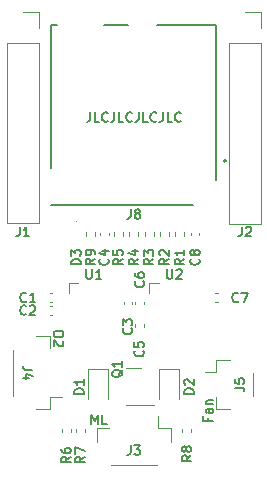
<source format=gbr>
%TF.GenerationSoftware,KiCad,Pcbnew,(6.0.7)*%
%TF.CreationDate,2022-10-22T00:01:00+08:00*%
%TF.ProjectId,pcb_rear,7063625f-7265-4617-922e-6b696361645f,rev?*%
%TF.SameCoordinates,Original*%
%TF.FileFunction,Legend,Top*%
%TF.FilePolarity,Positive*%
%FSLAX46Y46*%
G04 Gerber Fmt 4.6, Leading zero omitted, Abs format (unit mm)*
G04 Created by KiCad (PCBNEW (6.0.7)) date 2022-10-22 00:01:00*
%MOMM*%
%LPD*%
G01*
G04 APERTURE LIST*
%ADD10C,0.150000*%
%ADD11C,0.120000*%
%ADD12C,0.100000*%
%ADD13C,0.200000*%
G04 APERTURE END LIST*
D10*
X6242857Y-25409523D02*
X6242857Y-25676190D01*
X6661904Y-25676190D02*
X5861904Y-25676190D01*
X5861904Y-25295238D01*
X6661904Y-24647619D02*
X6242857Y-24647619D01*
X6166666Y-24685714D01*
X6128571Y-24761904D01*
X6128571Y-24914285D01*
X6166666Y-24990476D01*
X6623809Y-24647619D02*
X6661904Y-24723809D01*
X6661904Y-24914285D01*
X6623809Y-24990476D01*
X6547619Y-25028571D01*
X6471428Y-25028571D01*
X6395238Y-24990476D01*
X6357142Y-24914285D01*
X6357142Y-24723809D01*
X6319047Y-24647619D01*
X6128571Y-24266666D02*
X6661904Y-24266666D01*
X6204761Y-24266666D02*
X6166666Y-24228571D01*
X6128571Y-24152380D01*
X6128571Y-24038095D01*
X6166666Y-23961904D01*
X6242857Y-23923809D01*
X6661904Y-23923809D01*
X-5961904Y-18242857D02*
X-5961904Y-18395238D01*
X-6000000Y-18471428D01*
X-6076190Y-18547619D01*
X-6228571Y-18585714D01*
X-6495238Y-18585714D01*
X-6647619Y-18547619D01*
X-6723809Y-18471428D01*
X-6761904Y-18395238D01*
X-6761904Y-18242857D01*
X-6723809Y-18166666D01*
X-6647619Y-18090476D01*
X-6495238Y-18052380D01*
X-6228571Y-18052380D01*
X-6076190Y-18090476D01*
X-6000000Y-18166666D01*
X-5961904Y-18242857D01*
X-6038095Y-18890476D02*
X-6000000Y-18928571D01*
X-5961904Y-19004761D01*
X-5961904Y-19195238D01*
X-6000000Y-19271428D01*
X-6038095Y-19309523D01*
X-6114285Y-19347619D01*
X-6190476Y-19347619D01*
X-6304761Y-19309523D01*
X-6761904Y-18852380D01*
X-6761904Y-19347619D01*
X-3590476Y-25961904D02*
X-3590476Y-25161904D01*
X-3323809Y-25733333D01*
X-3057142Y-25161904D01*
X-3057142Y-25961904D01*
X-2295238Y-25961904D02*
X-2676190Y-25961904D01*
X-2676190Y-25161904D01*
X-3695238Y438095D02*
X-3695238Y-133333D01*
X-3733333Y-247619D01*
X-3809523Y-323809D01*
X-3923809Y-361904D01*
X-4000000Y-361904D01*
X-2933333Y-361904D02*
X-3314285Y-361904D01*
X-3314285Y438095D01*
X-2209523Y-285714D02*
X-2247619Y-323809D01*
X-2361904Y-361904D01*
X-2438095Y-361904D01*
X-2552380Y-323809D01*
X-2628571Y-247619D01*
X-2666666Y-171428D01*
X-2704761Y-19047D01*
X-2704761Y95238D01*
X-2666666Y247619D01*
X-2628571Y323809D01*
X-2552380Y400000D01*
X-2438095Y438095D01*
X-2361904Y438095D01*
X-2247619Y400000D01*
X-2209523Y361904D01*
X-1638095Y438095D02*
X-1638095Y-133333D01*
X-1676190Y-247619D01*
X-1752380Y-323809D01*
X-1866666Y-361904D01*
X-1942857Y-361904D01*
X-876190Y-361904D02*
X-1257142Y-361904D01*
X-1257142Y438095D01*
X-152380Y-285714D02*
X-190476Y-323809D01*
X-304761Y-361904D01*
X-380952Y-361904D01*
X-495238Y-323809D01*
X-571428Y-247619D01*
X-609523Y-171428D01*
X-647619Y-19047D01*
X-647619Y95238D01*
X-609523Y247619D01*
X-571428Y323809D01*
X-495238Y400000D01*
X-380952Y438095D01*
X-304761Y438095D01*
X-190476Y400000D01*
X-152380Y361904D01*
X419047Y438095D02*
X419047Y-133333D01*
X380952Y-247619D01*
X304761Y-323809D01*
X190476Y-361904D01*
X114285Y-361904D01*
X1180952Y-361904D02*
X799999Y-361904D01*
X799999Y438095D01*
X1904761Y-285714D02*
X1866666Y-323809D01*
X1752380Y-361904D01*
X1676190Y-361904D01*
X1561904Y-323809D01*
X1485714Y-247619D01*
X1447619Y-171428D01*
X1409523Y-19047D01*
X1409523Y95238D01*
X1447619Y247619D01*
X1485714Y323809D01*
X1561904Y400000D01*
X1676190Y438095D01*
X1752380Y438095D01*
X1866666Y400000D01*
X1904761Y361904D01*
X2476190Y438095D02*
X2476190Y-133333D01*
X2438095Y-247619D01*
X2361904Y-323809D01*
X2247619Y-361904D01*
X2171428Y-361904D01*
X3238095Y-361904D02*
X2857142Y-361904D01*
X2857142Y438095D01*
X3961904Y-285714D02*
X3923809Y-323809D01*
X3809523Y-361904D01*
X3733333Y-361904D01*
X3619047Y-323809D01*
X3542857Y-247619D01*
X3504761Y-171428D01*
X3466666Y-19047D01*
X3466666Y95238D01*
X3504761Y247619D01*
X3542857Y323809D01*
X3619047Y400000D01*
X3733333Y438095D01*
X3809523Y438095D01*
X3923809Y400000D01*
X3961904Y361904D01*
%TO.C,J1*%
X-9666666Y-9261904D02*
X-9666666Y-9833333D01*
X-9704761Y-9947619D01*
X-9780952Y-10023809D01*
X-9895238Y-10061904D01*
X-9971428Y-10061904D01*
X-8866666Y-10061904D02*
X-9323809Y-10061904D01*
X-9095238Y-10061904D02*
X-9095238Y-9261904D01*
X-9171428Y-9376190D01*
X-9247619Y-9452380D01*
X-9323809Y-9490476D01*
%TO.C,J2*%
X9133333Y-9261904D02*
X9133333Y-9833333D01*
X9095238Y-9947619D01*
X9019047Y-10023809D01*
X8904761Y-10061904D01*
X8828571Y-10061904D01*
X9476190Y-9338095D02*
X9514285Y-9300000D01*
X9590476Y-9261904D01*
X9780952Y-9261904D01*
X9857142Y-9300000D01*
X9895238Y-9338095D01*
X9933333Y-9414285D01*
X9933333Y-9490476D01*
X9895238Y-9604761D01*
X9438095Y-10061904D01*
X9933333Y-10061904D01*
%TO.C,U1*%
X-4009523Y-12861904D02*
X-4009523Y-13509523D01*
X-3971428Y-13585714D01*
X-3933333Y-13623809D01*
X-3857142Y-13661904D01*
X-3704761Y-13661904D01*
X-3628571Y-13623809D01*
X-3590476Y-13585714D01*
X-3552380Y-13509523D01*
X-3552380Y-12861904D01*
X-2752380Y-13661904D02*
X-3209523Y-13661904D01*
X-2980952Y-13661904D02*
X-2980952Y-12861904D01*
X-3057142Y-12976190D01*
X-3133333Y-13052380D01*
X-3209523Y-13090476D01*
%TO.C,D2*%
X5061904Y-23390476D02*
X4261904Y-23390476D01*
X4261904Y-23200000D01*
X4300000Y-23085714D01*
X4376190Y-23009523D01*
X4452380Y-22971428D01*
X4604761Y-22933333D01*
X4719047Y-22933333D01*
X4871428Y-22971428D01*
X4947619Y-23009523D01*
X5023809Y-23085714D01*
X5061904Y-23200000D01*
X5061904Y-23390476D01*
X4338095Y-22628571D02*
X4300000Y-22590476D01*
X4261904Y-22514285D01*
X4261904Y-22323809D01*
X4300000Y-22247619D01*
X4338095Y-22209523D01*
X4414285Y-22171428D01*
X4490476Y-22171428D01*
X4604761Y-22209523D01*
X5061904Y-22666666D01*
X5061904Y-22171428D01*
%TO.C,R2*%
X2961904Y-11961785D02*
X2580952Y-12228452D01*
X2961904Y-12418928D02*
X2161904Y-12418928D01*
X2161904Y-12114166D01*
X2200000Y-12037976D01*
X2238095Y-11999880D01*
X2314285Y-11961785D01*
X2428571Y-11961785D01*
X2504761Y-11999880D01*
X2542857Y-12037976D01*
X2580952Y-12114166D01*
X2580952Y-12418928D01*
X2238095Y-11657023D02*
X2200000Y-11618928D01*
X2161904Y-11542738D01*
X2161904Y-11352261D01*
X2200000Y-11276071D01*
X2238095Y-11237976D01*
X2314285Y-11199880D01*
X2390476Y-11199880D01*
X2504761Y-11237976D01*
X2961904Y-11695119D01*
X2961904Y-11199880D01*
%TO.C,R8*%
X4861904Y-28611785D02*
X4480952Y-28878452D01*
X4861904Y-29068928D02*
X4061904Y-29068928D01*
X4061904Y-28764166D01*
X4100000Y-28687976D01*
X4138095Y-28649880D01*
X4214285Y-28611785D01*
X4328571Y-28611785D01*
X4404761Y-28649880D01*
X4442857Y-28687976D01*
X4480952Y-28764166D01*
X4480952Y-29068928D01*
X4404761Y-28154642D02*
X4366666Y-28230833D01*
X4328571Y-28268928D01*
X4252380Y-28307023D01*
X4214285Y-28307023D01*
X4138095Y-28268928D01*
X4100000Y-28230833D01*
X4061904Y-28154642D01*
X4061904Y-28002261D01*
X4100000Y-27926071D01*
X4138095Y-27887976D01*
X4214285Y-27849880D01*
X4252380Y-27849880D01*
X4328571Y-27887976D01*
X4366666Y-27926071D01*
X4404761Y-28002261D01*
X4404761Y-28154642D01*
X4442857Y-28230833D01*
X4480952Y-28268928D01*
X4557142Y-28307023D01*
X4709523Y-28307023D01*
X4785714Y-28268928D01*
X4823809Y-28230833D01*
X4861904Y-28154642D01*
X4861904Y-28002261D01*
X4823809Y-27926071D01*
X4785714Y-27887976D01*
X4709523Y-27849880D01*
X4557142Y-27849880D01*
X4480952Y-27887976D01*
X4442857Y-27926071D01*
X4404761Y-28002261D01*
%TO.C,D3*%
X-4488095Y-12418928D02*
X-5288095Y-12418928D01*
X-5288095Y-12228452D01*
X-5250000Y-12114166D01*
X-5173809Y-12037976D01*
X-5097619Y-11999880D01*
X-4945238Y-11961785D01*
X-4830952Y-11961785D01*
X-4678571Y-11999880D01*
X-4602380Y-12037976D01*
X-4526190Y-12114166D01*
X-4488095Y-12228452D01*
X-4488095Y-12418928D01*
X-5288095Y-11695119D02*
X-5288095Y-11199880D01*
X-4983333Y-11466547D01*
X-4983333Y-11352261D01*
X-4945238Y-11276071D01*
X-4907142Y-11237976D01*
X-4830952Y-11199880D01*
X-4640476Y-11199880D01*
X-4564285Y-11237976D01*
X-4526190Y-11276071D01*
X-4488095Y-11352261D01*
X-4488095Y-11580833D01*
X-4526190Y-11657023D01*
X-4564285Y-11695119D01*
%TO.C,J3*%
X-266666Y-27761904D02*
X-266666Y-28333333D01*
X-304761Y-28447619D01*
X-380952Y-28523809D01*
X-495238Y-28561904D01*
X-571428Y-28561904D01*
X38095Y-27761904D02*
X533333Y-27761904D01*
X266666Y-28066666D01*
X380952Y-28066666D01*
X457142Y-28104761D01*
X495238Y-28142857D01*
X533333Y-28219047D01*
X533333Y-28409523D01*
X495238Y-28485714D01*
X457142Y-28523809D01*
X380952Y-28561904D01*
X152380Y-28561904D01*
X76190Y-28523809D01*
X38095Y-28485714D01*
%TO.C,C8*%
X5485714Y-11961785D02*
X5523809Y-11999880D01*
X5561904Y-12114166D01*
X5561904Y-12190357D01*
X5523809Y-12304642D01*
X5447619Y-12380833D01*
X5371428Y-12418928D01*
X5219047Y-12457023D01*
X5104761Y-12457023D01*
X4952380Y-12418928D01*
X4876190Y-12380833D01*
X4800000Y-12304642D01*
X4761904Y-12190357D01*
X4761904Y-12114166D01*
X4800000Y-11999880D01*
X4838095Y-11961785D01*
X5104761Y-11504642D02*
X5066666Y-11580833D01*
X5028571Y-11618928D01*
X4952380Y-11657023D01*
X4914285Y-11657023D01*
X4838095Y-11618928D01*
X4800000Y-11580833D01*
X4761904Y-11504642D01*
X4761904Y-11352261D01*
X4800000Y-11276071D01*
X4838095Y-11237976D01*
X4914285Y-11199880D01*
X4952380Y-11199880D01*
X5028571Y-11237976D01*
X5066666Y-11276071D01*
X5104761Y-11352261D01*
X5104761Y-11504642D01*
X5142857Y-11580833D01*
X5180952Y-11618928D01*
X5257142Y-11657023D01*
X5409523Y-11657023D01*
X5485714Y-11618928D01*
X5523809Y-11580833D01*
X5561904Y-11504642D01*
X5561904Y-11352261D01*
X5523809Y-11276071D01*
X5485714Y-11237976D01*
X5409523Y-11199880D01*
X5257142Y-11199880D01*
X5180952Y-11237976D01*
X5142857Y-11276071D01*
X5104761Y-11352261D01*
%TO.C,C7*%
X8845119Y-15535714D02*
X8807023Y-15573809D01*
X8692738Y-15611904D01*
X8616547Y-15611904D01*
X8502261Y-15573809D01*
X8426071Y-15497619D01*
X8387976Y-15421428D01*
X8349880Y-15269047D01*
X8349880Y-15154761D01*
X8387976Y-15002380D01*
X8426071Y-14926190D01*
X8502261Y-14850000D01*
X8616547Y-14811904D01*
X8692738Y-14811904D01*
X8807023Y-14850000D01*
X8845119Y-14888095D01*
X9111785Y-14811904D02*
X9645119Y-14811904D01*
X9302261Y-15611904D01*
%TO.C,J8*%
X-266666Y-7761904D02*
X-266666Y-8333333D01*
X-304761Y-8447619D01*
X-380952Y-8523809D01*
X-495238Y-8561904D01*
X-571428Y-8561904D01*
X228571Y-8104761D02*
X152380Y-8066666D01*
X114285Y-8028571D01*
X76190Y-7952380D01*
X76190Y-7914285D01*
X114285Y-7838095D01*
X152380Y-7800000D01*
X228571Y-7761904D01*
X380952Y-7761904D01*
X457142Y-7800000D01*
X495238Y-7838095D01*
X533333Y-7914285D01*
X533333Y-7952380D01*
X495238Y-8028571D01*
X457142Y-8066666D01*
X380952Y-8104761D01*
X228571Y-8104761D01*
X152380Y-8142857D01*
X114285Y-8180952D01*
X76190Y-8257142D01*
X76190Y-8409523D01*
X114285Y-8485714D01*
X152380Y-8523809D01*
X228571Y-8561904D01*
X380952Y-8561904D01*
X457142Y-8523809D01*
X495238Y-8485714D01*
X533333Y-8409523D01*
X533333Y-8257142D01*
X495238Y-8180952D01*
X457142Y-8142857D01*
X380952Y-8104761D01*
%TO.C,J5*%
X8561904Y-22866666D02*
X9133333Y-22866666D01*
X9247619Y-22904761D01*
X9323809Y-22980952D01*
X9361904Y-23095238D01*
X9361904Y-23171428D01*
X8561904Y-22104761D02*
X8561904Y-22485714D01*
X8942857Y-22523809D01*
X8904761Y-22485714D01*
X8866666Y-22409523D01*
X8866666Y-22219047D01*
X8904761Y-22142857D01*
X8942857Y-22104761D01*
X9019047Y-22066666D01*
X9209523Y-22066666D01*
X9285714Y-22104761D01*
X9323809Y-22142857D01*
X9361904Y-22219047D01*
X9361904Y-22409523D01*
X9323809Y-22485714D01*
X9285714Y-22523809D01*
%TO.C,C5*%
X775714Y-19731785D02*
X813809Y-19769880D01*
X851904Y-19884166D01*
X851904Y-19960357D01*
X813809Y-20074642D01*
X737619Y-20150833D01*
X661428Y-20188928D01*
X509047Y-20227023D01*
X394761Y-20227023D01*
X242380Y-20188928D01*
X166190Y-20150833D01*
X89999Y-20074642D01*
X51904Y-19960357D01*
X51904Y-19884166D01*
X89999Y-19769880D01*
X128095Y-19731785D01*
X51904Y-19007976D02*
X51904Y-19388928D01*
X432857Y-19427023D01*
X394761Y-19388928D01*
X356666Y-19312738D01*
X356666Y-19122261D01*
X394761Y-19046071D01*
X432857Y-19007976D01*
X509047Y-18969880D01*
X699523Y-18969880D01*
X775714Y-19007976D01*
X813809Y-19046071D01*
X851904Y-19122261D01*
X851904Y-19312738D01*
X813809Y-19388928D01*
X775714Y-19427023D01*
%TO.C,Q1*%
X-961904Y-21376190D02*
X-1000000Y-21452380D01*
X-1076190Y-21528571D01*
X-1190476Y-21642857D01*
X-1228571Y-21719047D01*
X-1228571Y-21795238D01*
X-1038095Y-21757142D02*
X-1076190Y-21833333D01*
X-1152380Y-21909523D01*
X-1304761Y-21947619D01*
X-1571428Y-21947619D01*
X-1723809Y-21909523D01*
X-1800000Y-21833333D01*
X-1838095Y-21757142D01*
X-1838095Y-21604761D01*
X-1800000Y-21528571D01*
X-1723809Y-21452380D01*
X-1571428Y-21414285D01*
X-1304761Y-21414285D01*
X-1152380Y-21452380D01*
X-1076190Y-21528571D01*
X-1038095Y-21604761D01*
X-1038095Y-21757142D01*
X-1038095Y-20652380D02*
X-1038095Y-21109523D01*
X-1038095Y-20880952D02*
X-1838095Y-20880952D01*
X-1723809Y-20957142D01*
X-1647619Y-21033333D01*
X-1609523Y-21109523D01*
%TO.C,R5*%
X-938095Y-11961785D02*
X-1319047Y-12228452D01*
X-938095Y-12418928D02*
X-1738095Y-12418928D01*
X-1738095Y-12114166D01*
X-1700000Y-12037976D01*
X-1661904Y-11999880D01*
X-1585714Y-11961785D01*
X-1471428Y-11961785D01*
X-1395238Y-11999880D01*
X-1357142Y-12037976D01*
X-1319047Y-12114166D01*
X-1319047Y-12418928D01*
X-1738095Y-11237976D02*
X-1738095Y-11618928D01*
X-1357142Y-11657023D01*
X-1395238Y-11618928D01*
X-1433333Y-11542738D01*
X-1433333Y-11352261D01*
X-1395238Y-11276071D01*
X-1357142Y-11237976D01*
X-1280952Y-11199880D01*
X-1090476Y-11199880D01*
X-1014285Y-11237976D01*
X-976190Y-11276071D01*
X-938095Y-11352261D01*
X-938095Y-11542738D01*
X-976190Y-11618928D01*
X-1014285Y-11657023D01*
%TO.C,C3*%
X-214285Y-17831785D02*
X-176190Y-17869880D01*
X-138095Y-17984166D01*
X-138095Y-18060357D01*
X-176190Y-18174642D01*
X-252380Y-18250833D01*
X-328571Y-18288928D01*
X-480952Y-18327023D01*
X-595238Y-18327023D01*
X-747619Y-18288928D01*
X-823809Y-18250833D01*
X-900000Y-18174642D01*
X-938095Y-18060357D01*
X-938095Y-17984166D01*
X-900000Y-17869880D01*
X-861904Y-17831785D01*
X-938095Y-17565119D02*
X-938095Y-17069880D01*
X-633333Y-17336547D01*
X-633333Y-17222261D01*
X-595238Y-17146071D01*
X-557142Y-17107976D01*
X-480952Y-17069880D01*
X-290476Y-17069880D01*
X-214285Y-17107976D01*
X-176190Y-17146071D01*
X-138095Y-17222261D01*
X-138095Y-17450833D01*
X-176190Y-17527023D01*
X-214285Y-17565119D01*
%TO.C,D1*%
X-4238095Y-23390476D02*
X-5038095Y-23390476D01*
X-5038095Y-23200000D01*
X-5000000Y-23085714D01*
X-4923809Y-23009523D01*
X-4847619Y-22971428D01*
X-4695238Y-22933333D01*
X-4580952Y-22933333D01*
X-4428571Y-22971428D01*
X-4352380Y-23009523D01*
X-4276190Y-23085714D01*
X-4238095Y-23200000D01*
X-4238095Y-23390476D01*
X-4238095Y-22171428D02*
X-4238095Y-22628571D01*
X-4238095Y-22400000D02*
X-5038095Y-22400000D01*
X-4923809Y-22476190D01*
X-4847619Y-22552380D01*
X-4809523Y-22628571D01*
%TO.C,R7*%
X-4138095Y-28711785D02*
X-4519047Y-28978452D01*
X-4138095Y-29168928D02*
X-4938095Y-29168928D01*
X-4938095Y-28864166D01*
X-4900000Y-28787976D01*
X-4861904Y-28749880D01*
X-4785714Y-28711785D01*
X-4671428Y-28711785D01*
X-4595238Y-28749880D01*
X-4557142Y-28787976D01*
X-4519047Y-28864166D01*
X-4519047Y-29168928D01*
X-4938095Y-28445119D02*
X-4938095Y-27911785D01*
X-4138095Y-28254642D01*
%TO.C,R6*%
X-5338095Y-28711785D02*
X-5719047Y-28978452D01*
X-5338095Y-29168928D02*
X-6138095Y-29168928D01*
X-6138095Y-28864166D01*
X-6100000Y-28787976D01*
X-6061904Y-28749880D01*
X-5985714Y-28711785D01*
X-5871428Y-28711785D01*
X-5795238Y-28749880D01*
X-5757142Y-28787976D01*
X-5719047Y-28864166D01*
X-5719047Y-29168928D01*
X-6138095Y-28026071D02*
X-6138095Y-28178452D01*
X-6100000Y-28254642D01*
X-6061904Y-28292738D01*
X-5947619Y-28368928D01*
X-5795238Y-28407023D01*
X-5490476Y-28407023D01*
X-5414285Y-28368928D01*
X-5376190Y-28330833D01*
X-5338095Y-28254642D01*
X-5338095Y-28102261D01*
X-5376190Y-28026071D01*
X-5414285Y-27987976D01*
X-5490476Y-27949880D01*
X-5680952Y-27949880D01*
X-5757142Y-27987976D01*
X-5795238Y-28026071D01*
X-5833333Y-28102261D01*
X-5833333Y-28254642D01*
X-5795238Y-28330833D01*
X-5757142Y-28368928D01*
X-5680952Y-28407023D01*
%TO.C,J4*%
X-8611904Y-21333333D02*
X-9183333Y-21333333D01*
X-9297619Y-21295238D01*
X-9373809Y-21219047D01*
X-9411904Y-21104761D01*
X-9411904Y-21028571D01*
X-8878571Y-22057142D02*
X-9411904Y-22057142D01*
X-8573809Y-21866666D02*
X-9145238Y-21676190D01*
X-9145238Y-22171428D01*
%TO.C,R9*%
X-3288095Y-11961785D02*
X-3669047Y-12228452D01*
X-3288095Y-12418928D02*
X-4088095Y-12418928D01*
X-4088095Y-12114166D01*
X-4050000Y-12037976D01*
X-4011904Y-11999880D01*
X-3935714Y-11961785D01*
X-3821428Y-11961785D01*
X-3745238Y-11999880D01*
X-3707142Y-12037976D01*
X-3669047Y-12114166D01*
X-3669047Y-12418928D01*
X-3288095Y-11580833D02*
X-3288095Y-11428452D01*
X-3326190Y-11352261D01*
X-3364285Y-11314166D01*
X-3478571Y-11237976D01*
X-3630952Y-11199880D01*
X-3935714Y-11199880D01*
X-4011904Y-11237976D01*
X-4050000Y-11276071D01*
X-4088095Y-11352261D01*
X-4088095Y-11504642D01*
X-4050000Y-11580833D01*
X-4011904Y-11618928D01*
X-3935714Y-11657023D01*
X-3745238Y-11657023D01*
X-3669047Y-11618928D01*
X-3630952Y-11580833D01*
X-3592857Y-11504642D01*
X-3592857Y-11352261D01*
X-3630952Y-11276071D01*
X-3669047Y-11237976D01*
X-3745238Y-11199880D01*
%TO.C,C1*%
X-9111785Y-15535714D02*
X-9149880Y-15573809D01*
X-9264166Y-15611904D01*
X-9340357Y-15611904D01*
X-9454642Y-15573809D01*
X-9530833Y-15497619D01*
X-9568928Y-15421428D01*
X-9607023Y-15269047D01*
X-9607023Y-15154761D01*
X-9568928Y-15002380D01*
X-9530833Y-14926190D01*
X-9454642Y-14850000D01*
X-9340357Y-14811904D01*
X-9264166Y-14811904D01*
X-9149880Y-14850000D01*
X-9111785Y-14888095D01*
X-8349880Y-15611904D02*
X-8807023Y-15611904D01*
X-8578452Y-15611904D02*
X-8578452Y-14811904D01*
X-8654642Y-14926190D01*
X-8730833Y-15002380D01*
X-8807023Y-15040476D01*
%TO.C,R1*%
X4261904Y-11961785D02*
X3880952Y-12228452D01*
X4261904Y-12418928D02*
X3461904Y-12418928D01*
X3461904Y-12114166D01*
X3500000Y-12037976D01*
X3538095Y-11999880D01*
X3614285Y-11961785D01*
X3728571Y-11961785D01*
X3804761Y-11999880D01*
X3842857Y-12037976D01*
X3880952Y-12114166D01*
X3880952Y-12418928D01*
X4261904Y-11199880D02*
X4261904Y-11657023D01*
X4261904Y-11428452D02*
X3461904Y-11428452D01*
X3576190Y-11504642D01*
X3652380Y-11580833D01*
X3690476Y-11657023D01*
%TO.C,R3*%
X1661904Y-11961785D02*
X1280952Y-12228452D01*
X1661904Y-12418928D02*
X861904Y-12418928D01*
X861904Y-12114166D01*
X900000Y-12037976D01*
X938095Y-11999880D01*
X1014285Y-11961785D01*
X1128571Y-11961785D01*
X1204761Y-11999880D01*
X1242857Y-12037976D01*
X1280952Y-12114166D01*
X1280952Y-12418928D01*
X861904Y-11695119D02*
X861904Y-11199880D01*
X1166666Y-11466547D01*
X1166666Y-11352261D01*
X1204761Y-11276071D01*
X1242857Y-11237976D01*
X1319047Y-11199880D01*
X1509523Y-11199880D01*
X1585714Y-11237976D01*
X1623809Y-11276071D01*
X1661904Y-11352261D01*
X1661904Y-11580833D01*
X1623809Y-11657023D01*
X1585714Y-11695119D01*
%TO.C,C6*%
X785714Y-13854880D02*
X823809Y-13892976D01*
X861904Y-14007261D01*
X861904Y-14083452D01*
X823809Y-14197738D01*
X747619Y-14273928D01*
X671428Y-14312023D01*
X519047Y-14350119D01*
X404761Y-14350119D01*
X252380Y-14312023D01*
X176190Y-14273928D01*
X100000Y-14197738D01*
X61904Y-14083452D01*
X61904Y-14007261D01*
X100000Y-13892976D01*
X138095Y-13854880D01*
X61904Y-13169166D02*
X61904Y-13321547D01*
X100000Y-13397738D01*
X138095Y-13435833D01*
X252380Y-13512023D01*
X404761Y-13550119D01*
X709523Y-13550119D01*
X785714Y-13512023D01*
X823809Y-13473928D01*
X861904Y-13397738D01*
X861904Y-13245357D01*
X823809Y-13169166D01*
X785714Y-13131071D01*
X709523Y-13092976D01*
X519047Y-13092976D01*
X442857Y-13131071D01*
X404761Y-13169166D01*
X366666Y-13245357D01*
X366666Y-13397738D01*
X404761Y-13473928D01*
X442857Y-13512023D01*
X519047Y-13550119D01*
%TO.C,U2*%
X2790476Y-12861904D02*
X2790476Y-13509523D01*
X2828571Y-13585714D01*
X2866666Y-13623809D01*
X2942857Y-13661904D01*
X3095238Y-13661904D01*
X3171428Y-13623809D01*
X3209523Y-13585714D01*
X3247619Y-13509523D01*
X3247619Y-12861904D01*
X3590476Y-12938095D02*
X3628571Y-12900000D01*
X3704761Y-12861904D01*
X3895238Y-12861904D01*
X3971428Y-12900000D01*
X4009523Y-12938095D01*
X4047619Y-13014285D01*
X4047619Y-13090476D01*
X4009523Y-13204761D01*
X3552380Y-13661904D01*
X4047619Y-13661904D01*
%TO.C,C2*%
X-9111785Y-16635714D02*
X-9149880Y-16673809D01*
X-9264166Y-16711904D01*
X-9340357Y-16711904D01*
X-9454642Y-16673809D01*
X-9530833Y-16597619D01*
X-9568928Y-16521428D01*
X-9607023Y-16369047D01*
X-9607023Y-16254761D01*
X-9568928Y-16102380D01*
X-9530833Y-16026190D01*
X-9454642Y-15950000D01*
X-9340357Y-15911904D01*
X-9264166Y-15911904D01*
X-9149880Y-15950000D01*
X-9111785Y-15988095D01*
X-8807023Y-15988095D02*
X-8768928Y-15950000D01*
X-8692738Y-15911904D01*
X-8502261Y-15911904D01*
X-8426071Y-15950000D01*
X-8387976Y-15988095D01*
X-8349880Y-16064285D01*
X-8349880Y-16140476D01*
X-8387976Y-16254761D01*
X-8845119Y-16711904D01*
X-8349880Y-16711904D01*
%TO.C,C4*%
X-2214285Y-11961785D02*
X-2176190Y-11999880D01*
X-2138095Y-12114166D01*
X-2138095Y-12190357D01*
X-2176190Y-12304642D01*
X-2252380Y-12380833D01*
X-2328571Y-12418928D01*
X-2480952Y-12457023D01*
X-2595238Y-12457023D01*
X-2747619Y-12418928D01*
X-2823809Y-12380833D01*
X-2900000Y-12304642D01*
X-2938095Y-12190357D01*
X-2938095Y-12114166D01*
X-2900000Y-11999880D01*
X-2861904Y-11961785D01*
X-2671428Y-11276071D02*
X-2138095Y-11276071D01*
X-2976190Y-11466547D02*
X-2404761Y-11657023D01*
X-2404761Y-11161785D01*
%TO.C,R4*%
X361904Y-11961785D02*
X-19047Y-12228452D01*
X361904Y-12418928D02*
X-438095Y-12418928D01*
X-438095Y-12114166D01*
X-400000Y-12037976D01*
X-361904Y-11999880D01*
X-285714Y-11961785D01*
X-171428Y-11961785D01*
X-95238Y-11999880D01*
X-57142Y-12037976D01*
X-19047Y-12114166D01*
X-19047Y-12418928D01*
X-171428Y-11276071D02*
X361904Y-11276071D01*
X-476190Y-11466547D02*
X95238Y-11657023D01*
X95238Y-11161785D01*
D11*
%TO.C,J1*%
X-8070000Y8950000D02*
X-8070000Y7620000D01*
X-10730000Y-8950000D02*
X-8070000Y-8950000D01*
X-8070000Y6350000D02*
X-8070000Y-8950000D01*
X-10730000Y6350000D02*
X-10730000Y-8950000D01*
X-9400000Y8950000D02*
X-8070000Y8950000D01*
X-10730000Y6350000D02*
X-8070000Y6350000D01*
%TO.C,J2*%
X8070000Y6330000D02*
X10730000Y6330000D01*
X8070000Y6330000D02*
X8070000Y-8970000D01*
X9400000Y8930000D02*
X10730000Y8930000D01*
X10730000Y6330000D02*
X10730000Y-8970000D01*
X10730000Y8930000D02*
X10730000Y7600000D01*
X8070000Y-8970000D02*
X10730000Y-8970000D01*
%TO.C,U1*%
X-4700000Y-14025000D02*
X-5500000Y-14025000D01*
X-5500000Y-14025000D02*
X-5500000Y-14825000D01*
%TO.C,D2*%
X3850000Y-21300000D02*
X3850000Y-23850000D01*
X2150000Y-21300000D02*
X2150000Y-23850000D01*
X3850000Y-21300000D02*
X2150000Y-21300000D01*
%TO.C,R2*%
X2980000Y-10003641D02*
X2980000Y-9696359D01*
X2220000Y-10003641D02*
X2220000Y-9696359D01*
%TO.C,R8*%
X4880000Y-26653641D02*
X4880000Y-26346359D01*
X4120000Y-26653641D02*
X4120000Y-26346359D01*
D12*
%TO.C,D3*%
X-4800000Y-8760000D02*
G75*
G03*
X-4800000Y-8760000I-50000J0D01*
G01*
D11*
%TO.C,J3*%
X-3110000Y-27440000D02*
X-3110000Y-26290000D01*
X2060000Y-26290000D02*
X2060000Y-25300000D01*
X3110000Y-27440000D02*
X3110000Y-26290000D01*
X1940000Y-29410000D02*
X-1940000Y-29410000D01*
X-3110000Y-26290000D02*
X-2060000Y-26290000D01*
X3110000Y-26290000D02*
X2060000Y-26290000D01*
%TO.C,C8*%
X5560000Y-9957836D02*
X5560000Y-9742164D01*
X4840000Y-9957836D02*
X4840000Y-9742164D01*
%TO.C,C7*%
X7107836Y-14890000D02*
X6892164Y-14890000D01*
X7107836Y-15610000D02*
X6892164Y-15610000D01*
D13*
%TO.C,J8*%
X-7000000Y-7362000D02*
X5000000Y-7362000D01*
X-7000000Y7837000D02*
X-7000000Y-4263000D01*
X-6500000Y7837000D02*
X-7000000Y7837000D01*
X7800000Y-3661000D02*
X7800000Y-3661000D01*
X7000000Y7837000D02*
X2000000Y7837000D01*
X7000000Y-5263000D02*
X7000000Y7837000D01*
X7600000Y-3661000D02*
X7600000Y-3661000D01*
X-2500000Y7837000D02*
X-500000Y7837000D01*
X7800000Y-3661000D02*
G75*
G03*
X7600000Y-3660000I-100000J500D01*
G01*
X7600000Y-3661000D02*
G75*
G03*
X7800000Y-3660000I100000J500D01*
G01*
D11*
%TO.C,J5*%
X8140000Y-24710000D02*
X6990000Y-24710000D01*
X6990000Y-24710000D02*
X6990000Y-23660000D01*
X8140000Y-20490000D02*
X6990000Y-20490000D01*
X10110000Y-21660000D02*
X10110000Y-23540000D01*
X6990000Y-20490000D02*
X6990000Y-21540000D01*
X6990000Y-21540000D02*
X6000000Y-21540000D01*
%TO.C,C5*%
X140000Y-17707836D02*
X140000Y-17492164D01*
X860000Y-17707836D02*
X860000Y-17492164D01*
%TO.C,Q1*%
X0Y-24360000D02*
X-650000Y-24360000D01*
X0Y-24360000D02*
X1675000Y-24360000D01*
X0Y-21240000D02*
X-650000Y-21240000D01*
X0Y-21240000D02*
X650000Y-21240000D01*
%TO.C,R5*%
X-920000Y-10003641D02*
X-920000Y-9696359D01*
X-1680000Y-10003641D02*
X-1680000Y-9696359D01*
%TO.C,C3*%
X-140000Y-15807836D02*
X-140000Y-15592164D01*
X-860000Y-15807836D02*
X-860000Y-15592164D01*
%TO.C,D1*%
X-3850000Y-21300000D02*
X-3850000Y-23850000D01*
X-2150000Y-21300000D02*
X-2150000Y-23850000D01*
X-2150000Y-21300000D02*
X-3850000Y-21300000D01*
%TO.C,R7*%
X-4880000Y-26346359D02*
X-4880000Y-26653641D01*
X-4120000Y-26346359D02*
X-4120000Y-26653641D01*
%TO.C,R6*%
X-6080000Y-26346359D02*
X-6080000Y-26653641D01*
X-5320000Y-26346359D02*
X-5320000Y-26653641D01*
%TO.C,J4*%
X-10210000Y-23540000D02*
X-10210000Y-19660000D01*
X-7090000Y-18490000D02*
X-7090000Y-19540000D01*
X-7090000Y-23660000D02*
X-6100000Y-23660000D01*
X-8240000Y-24710000D02*
X-7090000Y-24710000D01*
X-7090000Y-24710000D02*
X-7090000Y-23660000D01*
X-8240000Y-18490000D02*
X-7090000Y-18490000D01*
%TO.C,R9*%
X-4030000Y-10003641D02*
X-4030000Y-9696359D01*
X-3270000Y-10003641D02*
X-3270000Y-9696359D01*
%TO.C,C1*%
X-7107836Y-15610000D02*
X-6892164Y-15610000D01*
X-7107836Y-14890000D02*
X-6892164Y-14890000D01*
%TO.C,R1*%
X4280000Y-10003641D02*
X4280000Y-9696359D01*
X3520000Y-10003641D02*
X3520000Y-9696359D01*
%TO.C,R3*%
X1680000Y-9696359D02*
X1680000Y-10003641D01*
X920000Y-9696359D02*
X920000Y-10003641D01*
%TO.C,C6*%
X860000Y-15807836D02*
X860000Y-15592164D01*
X140000Y-15807836D02*
X140000Y-15592164D01*
%TO.C,U2*%
X1300000Y-14025000D02*
X2100000Y-14025000D01*
X1300000Y-14025000D02*
X1300000Y-14825000D01*
%TO.C,C2*%
X-7107836Y-15990000D02*
X-6892164Y-15990000D01*
X-7107836Y-16710000D02*
X-6892164Y-16710000D01*
%TO.C,C4*%
X-2140000Y-9742164D02*
X-2140000Y-9957836D01*
X-2860000Y-9742164D02*
X-2860000Y-9957836D01*
%TO.C,R4*%
X380000Y-10003641D02*
X380000Y-9696359D01*
X-380000Y-10003641D02*
X-380000Y-9696359D01*
%TD*%
M02*

</source>
